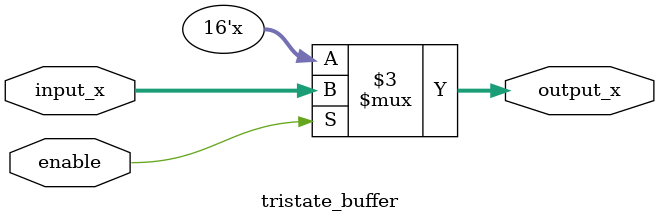
<source format=sv>
module tristate_buffer(
		input logic [15:0] input_x, 
		input enable, 
		output logic [15:0] output_x
);


	always_comb
		begin
			unique case (enable)
				1'b0		: output_x = 16'bzzzzzzzzzzzzzzzz;
				default	: output_x = input_x;
			endcase
		end

endmodule

</source>
